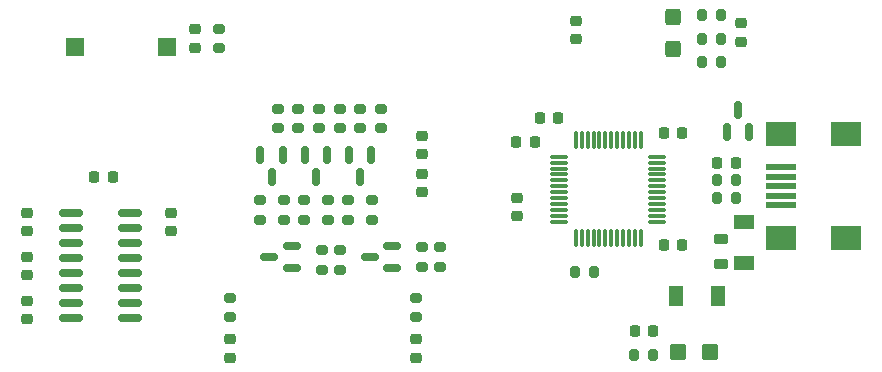
<source format=gbr>
G04 #@! TF.GenerationSoftware,KiCad,Pcbnew,6.99.0-unknown-1140fd0fb0~148~ubuntu20.04.1*
G04 #@! TF.CreationDate,2022-07-29T19:56:23-04:00*
G04 #@! TF.ProjectId,bug-o-matic,6275672d-6f2d-46d6-9174-69632e6b6963,rev?*
G04 #@! TF.SameCoordinates,Original*
G04 #@! TF.FileFunction,Paste,Top*
G04 #@! TF.FilePolarity,Positive*
%FSLAX46Y46*%
G04 Gerber Fmt 4.6, Leading zero omitted, Abs format (unit mm)*
G04 Created by KiCad (PCBNEW 6.99.0-unknown-1140fd0fb0~148~ubuntu20.04.1) date 2022-07-29 19:56:23*
%MOMM*%
%LPD*%
G01*
G04 APERTURE LIST*
G04 Aperture macros list*
%AMRoundRect*
0 Rectangle with rounded corners*
0 $1 Rounding radius*
0 $2 $3 $4 $5 $6 $7 $8 $9 X,Y pos of 4 corners*
0 Add a 4 corners polygon primitive as box body*
4,1,4,$2,$3,$4,$5,$6,$7,$8,$9,$2,$3,0*
0 Add four circle primitives for the rounded corners*
1,1,$1+$1,$2,$3*
1,1,$1+$1,$4,$5*
1,1,$1+$1,$6,$7*
1,1,$1+$1,$8,$9*
0 Add four rect primitives between the rounded corners*
20,1,$1+$1,$2,$3,$4,$5,0*
20,1,$1+$1,$4,$5,$6,$7,0*
20,1,$1+$1,$6,$7,$8,$9,0*
20,1,$1+$1,$8,$9,$2,$3,0*%
G04 Aperture macros list end*
%ADD10RoundRect,0.225000X-0.225000X-0.250000X0.225000X-0.250000X0.225000X0.250000X-0.225000X0.250000X0*%
%ADD11RoundRect,0.150000X0.587500X0.150000X-0.587500X0.150000X-0.587500X-0.150000X0.587500X-0.150000X0*%
%ADD12RoundRect,0.218750X-0.256250X0.218750X-0.256250X-0.218750X0.256250X-0.218750X0.256250X0.218750X0*%
%ADD13RoundRect,0.225000X0.250000X-0.225000X0.250000X0.225000X-0.250000X0.225000X-0.250000X-0.225000X0*%
%ADD14RoundRect,0.200000X-0.275000X0.200000X-0.275000X-0.200000X0.275000X-0.200000X0.275000X0.200000X0*%
%ADD15RoundRect,0.225000X-0.250000X0.225000X-0.250000X-0.225000X0.250000X-0.225000X0.250000X0.225000X0*%
%ADD16R,1.300000X1.700000*%
%ADD17RoundRect,0.200000X0.275000X-0.200000X0.275000X0.200000X-0.275000X0.200000X-0.275000X-0.200000X0*%
%ADD18RoundRect,0.150000X-0.825000X-0.150000X0.825000X-0.150000X0.825000X0.150000X-0.825000X0.150000X0*%
%ADD19RoundRect,0.225000X0.225000X0.250000X-0.225000X0.250000X-0.225000X-0.250000X0.225000X-0.250000X0*%
%ADD20RoundRect,0.250000X0.425000X-0.450000X0.425000X0.450000X-0.425000X0.450000X-0.425000X-0.450000X0*%
%ADD21RoundRect,0.218750X0.381250X-0.218750X0.381250X0.218750X-0.381250X0.218750X-0.381250X-0.218750X0*%
%ADD22RoundRect,0.150000X-0.150000X0.587500X-0.150000X-0.587500X0.150000X-0.587500X0.150000X0.587500X0*%
%ADD23RoundRect,0.150000X0.150000X-0.587500X0.150000X0.587500X-0.150000X0.587500X-0.150000X-0.587500X0*%
%ADD24R,1.700000X1.300000*%
%ADD25R,2.500000X0.500000*%
%ADD26R,2.500000X2.000000*%
%ADD27RoundRect,0.200000X0.200000X0.275000X-0.200000X0.275000X-0.200000X-0.275000X0.200000X-0.275000X0*%
%ADD28RoundRect,0.075000X-0.662500X-0.075000X0.662500X-0.075000X0.662500X0.075000X-0.662500X0.075000X0*%
%ADD29RoundRect,0.075000X-0.075000X-0.662500X0.075000X-0.662500X0.075000X0.662500X-0.075000X0.662500X0*%
%ADD30RoundRect,0.200000X-0.200000X-0.275000X0.200000X-0.275000X0.200000X0.275000X-0.200000X0.275000X0*%
%ADD31RoundRect,0.250000X0.450000X0.425000X-0.450000X0.425000X-0.450000X-0.425000X0.450000X-0.425000X0*%
%ADD32R,1.500000X1.500000*%
G04 APERTURE END LIST*
D10*
X190475000Y-80000000D03*
X192025000Y-80000000D03*
X185975000Y-87000000D03*
X187525000Y-87000000D03*
D11*
X162937500Y-88950000D03*
X162937500Y-87050000D03*
X161062500Y-88000000D03*
D12*
X165000000Y-94962500D03*
X165000000Y-96537500D03*
D13*
X146250000Y-70275000D03*
X146250000Y-68725000D03*
D14*
X160250000Y-75425000D03*
X160250000Y-77075000D03*
D15*
X165500000Y-80975000D03*
X165500000Y-82525000D03*
D14*
X155000000Y-75425000D03*
X155000000Y-77075000D03*
X153250000Y-75425000D03*
X153250000Y-77075000D03*
D16*
X186999999Y-91249999D03*
X190499999Y-91249999D03*
D17*
X153750000Y-84825000D03*
X153750000Y-83175000D03*
D11*
X154437500Y-88950000D03*
X154437500Y-87050000D03*
X152562500Y-88000000D03*
D14*
X158500000Y-75425000D03*
X158500000Y-77075000D03*
D17*
X159250000Y-84825000D03*
X159250000Y-83175000D03*
D18*
X135775000Y-84305000D03*
X135775000Y-85575000D03*
X135775000Y-86845000D03*
X135775000Y-88115000D03*
X135775000Y-89385000D03*
X135775000Y-90655000D03*
X135775000Y-91925000D03*
X135775000Y-93195000D03*
X140725000Y-93195000D03*
X140725000Y-91925000D03*
X140725000Y-90655000D03*
X140725000Y-89385000D03*
X140725000Y-88115000D03*
X140725000Y-86845000D03*
X140725000Y-85575000D03*
X140725000Y-84305000D03*
D14*
X148250000Y-68675000D03*
X148250000Y-70325000D03*
D13*
X165500000Y-79275000D03*
X165500000Y-77725000D03*
D19*
X139275000Y-81250000D03*
X137725000Y-81250000D03*
X177025000Y-76250000D03*
X175475000Y-76250000D03*
D17*
X149250000Y-93075000D03*
X149250000Y-91425000D03*
D20*
X186750000Y-70350000D03*
X186750000Y-67650000D03*
D21*
X190750000Y-88562500D03*
X190750000Y-86437500D03*
D22*
X157450000Y-79312500D03*
X155550000Y-79312500D03*
X156500000Y-81187500D03*
D13*
X132000000Y-93275000D03*
X132000000Y-91725000D03*
D12*
X149250000Y-94962500D03*
X149250000Y-96537500D03*
D17*
X155500000Y-84825000D03*
X155500000Y-83175000D03*
D23*
X191300000Y-77437500D03*
X193200000Y-77437500D03*
X192250000Y-75562500D03*
D13*
X178500000Y-69525000D03*
X178500000Y-67975000D03*
D24*
X192749999Y-88499999D03*
X192749999Y-84999999D03*
D17*
X157000000Y-89075000D03*
X157000000Y-87425000D03*
X165000000Y-93075000D03*
X165000000Y-91425000D03*
D25*
X195874999Y-83599999D03*
X195874999Y-82799999D03*
X195874999Y-81999999D03*
X195874999Y-81199999D03*
D26*
X195874999Y-86399999D03*
X201374999Y-86399999D03*
D25*
X195874999Y-80399999D03*
D26*
X195874999Y-77599999D03*
X201374999Y-77599999D03*
D27*
X190825000Y-67500000D03*
X189175000Y-67500000D03*
D15*
X132000000Y-87975000D03*
X132000000Y-89525000D03*
X144250000Y-84225000D03*
X144250000Y-85775000D03*
D13*
X173500000Y-84525000D03*
X173500000Y-82975000D03*
D28*
X177087500Y-79500000D03*
X177087500Y-80000000D03*
X177087500Y-80500000D03*
X177087500Y-81000000D03*
X177087500Y-81500000D03*
X177087500Y-82000000D03*
X177087500Y-82500000D03*
X177087500Y-83000000D03*
X177087500Y-83500000D03*
X177087500Y-84000000D03*
X177087500Y-84500000D03*
X177087500Y-85000000D03*
D29*
X178500000Y-86412500D03*
X179000000Y-86412500D03*
X179500000Y-86412500D03*
X180000000Y-86412500D03*
X180500000Y-86412500D03*
X181000000Y-86412500D03*
X181500000Y-86412500D03*
X182000000Y-86412500D03*
X182500000Y-86412500D03*
X183000000Y-86412500D03*
X183500000Y-86412500D03*
X184000000Y-86412500D03*
D28*
X185412500Y-85000000D03*
X185412500Y-84500000D03*
X185412500Y-84000000D03*
X185412500Y-83500000D03*
X185412500Y-83000000D03*
X185412500Y-82500000D03*
X185412500Y-82000000D03*
X185412500Y-81500000D03*
X185412500Y-81000000D03*
X185412500Y-80500000D03*
X185412500Y-80000000D03*
X185412500Y-79500000D03*
D29*
X184000000Y-78087500D03*
X183500000Y-78087500D03*
X183000000Y-78087500D03*
X182500000Y-78087500D03*
X182000000Y-78087500D03*
X181500000Y-78087500D03*
X181000000Y-78087500D03*
X180500000Y-78087500D03*
X180000000Y-78087500D03*
X179500000Y-78087500D03*
X179000000Y-78087500D03*
X178500000Y-78087500D03*
D30*
X189175000Y-71500000D03*
X190825000Y-71500000D03*
X190425000Y-83000000D03*
X192075000Y-83000000D03*
D31*
X189850000Y-96000000D03*
X187150000Y-96000000D03*
D17*
X157500000Y-84825000D03*
X157500000Y-83175000D03*
D14*
X162000000Y-75425000D03*
X162000000Y-77075000D03*
D17*
X165500000Y-88825000D03*
X165500000Y-87175000D03*
X151750000Y-84825000D03*
X151750000Y-83175000D03*
D10*
X185975000Y-77500000D03*
X187525000Y-77500000D03*
D17*
X161250000Y-84825000D03*
X161250000Y-83175000D03*
D30*
X190425000Y-81500000D03*
X192075000Y-81500000D03*
D13*
X132000000Y-85775000D03*
X132000000Y-84225000D03*
D27*
X180075000Y-89250000D03*
X178425000Y-89250000D03*
X190825000Y-69500000D03*
X189175000Y-69500000D03*
D14*
X156750000Y-75425000D03*
X156750000Y-77075000D03*
D30*
X183425000Y-96250000D03*
X185075000Y-96250000D03*
D19*
X175025000Y-78250000D03*
X173475000Y-78250000D03*
D14*
X158500000Y-87425000D03*
X158500000Y-89075000D03*
D22*
X161200000Y-79312500D03*
X159300000Y-79312500D03*
X160250000Y-81187500D03*
D17*
X167000000Y-88825000D03*
X167000000Y-87175000D03*
D22*
X153700000Y-79312500D03*
X151800000Y-79312500D03*
X152750000Y-81187500D03*
D10*
X183475000Y-94250000D03*
X185025000Y-94250000D03*
D12*
X192500000Y-68212500D03*
X192500000Y-69787500D03*
D32*
X143899999Y-70249999D03*
X136099999Y-70249999D03*
M02*

</source>
